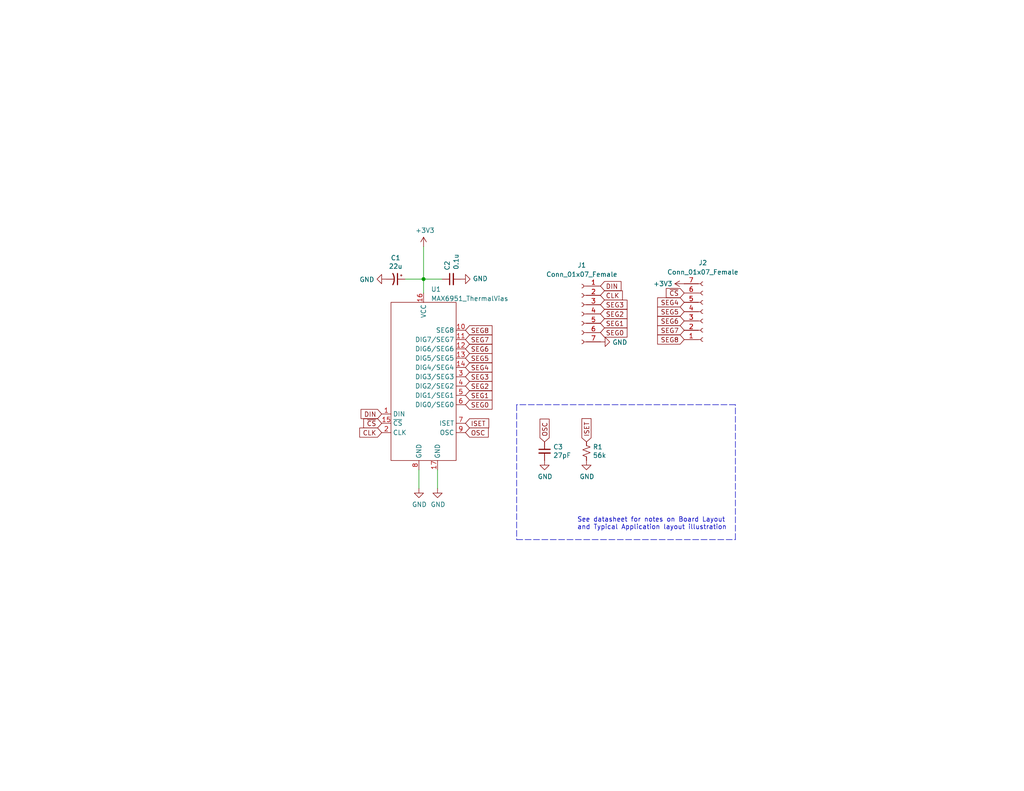
<source format=kicad_sch>
(kicad_sch (version 20211123) (generator eeschema)
  (paper "USLetter")
  (title_block (title "MAX6950/6951: 5- and 8-digit LED driver") (date "2022-12-29") (rev "v1") (company "Jed Parsons"))
  (lib_symbols
    (symbol "Connector:Conn_01x07_Female" (pin_names (offset 1.016) hide)
      (property "Reference" "J" (at 0 10.16 0))
      (property "Value" "Conn_01x07_Female" (at 0 -10.16 0))
      (symbol "Conn_01x07_Female_1_1"
        (arc (start 0 -7.112) (mid -0.508 -7.62) (end 0 -8.128) (stroke (width 0.1524)))
        (arc (start 0 -4.572) (mid -0.508 -5.08) (end 0 -5.588) (stroke (width 0.1524)))
        (arc (start 0 -2.032) (mid -0.508 -2.54) (end 0 -3.048) (stroke (width 0.1524)))
        (polyline (pts (xy -1.27 -7.62) (xy -0.508 -7.62)) (stroke (width 0.1524)))
        (polyline (pts (xy -1.27 -5.08) (xy -0.508 -5.08)) (stroke (width 0.1524)))
        (polyline (pts (xy -1.27 -2.54) (xy -0.508 -2.54)) (stroke (width 0.1524)))
        (polyline (pts (xy -1.27 0) (xy -0.508 0)) (stroke (width 0.1524)))
        (polyline (pts (xy -1.27 2.54) (xy -0.508 2.54)) (stroke (width 0.1524)))
        (polyline (pts (xy -1.27 5.08) (xy -0.508 5.08)) (stroke (width 0.1524)))
        (polyline (pts (xy -1.27 7.62) (xy -0.508 7.62)) (stroke (width 0.1524)))
        (arc (start 0 0.508) (mid -0.508 0) (end 0 -0.508) (stroke (width 0.1524)))
        (arc (start 0 3.048) (mid -0.508 2.54) (end 0 2.032) (stroke (width 0.1524)))
        (arc (start 0 5.588) (mid -0.508 5.08) (end 0 4.572) (stroke (width 0.1524)))
        (arc (start 0 8.128) (mid -0.508 7.62) (end 0 7.112) (stroke (width 0.1524)))
        (pin passive line (at -5.08 7.62 0) (length 3.81) (name "Pin_1") (number "1"))
        (pin passive line (at -5.08 5.08 0) (length 3.81) (name "Pin_2") (number "2"))
        (pin passive line (at -5.08 2.54 0) (length 3.81) (name "Pin_3") (number "3"))
        (pin passive line (at -5.08 0 0) (length 3.81) (name "Pin_4") (number "4"))
        (pin passive line (at -5.08 -2.54 0) (length 3.81) (name "Pin_5") (number "5"))
        (pin passive line (at -5.08 -5.08 0) (length 3.81) (name "Pin_6") (number "6"))
        (pin passive line (at -5.08 -7.62 0) (length 3.81) (name "Pin_7") (number "7"))
      )
    )
    (symbol "Device:C_Small" (pin_numbers hide) (pin_names (offset 0.254) hide)
      (property "Reference" "C" (at 0.254 1.778 0))
      (property "Value" "C_Small" (at 0.254 -2.032 0))
      (symbol "C_Small_0_1"
        (polyline (pts (xy -1.524 -0.508) (xy 1.524 -0.508)) (stroke (width 0.3302)))
        (polyline (pts (xy -1.524 0.508) (xy 1.524 0.508)) (stroke (width 0.3048)))
      )
      (symbol "C_Small_1_1"
        (pin passive line (at 0 2.54 270) (length 2.032) (name "~") (number "1"))
        (pin passive line (at 0 -2.54 90) (length 2.032) (name "~") (number "2"))
      )
    )
    (symbol "Device:R_Small_US" (pin_numbers hide) (pin_names (offset 0.254) hide)
      (property "Reference" "R" (at 0.762 0.508 0))
      (property "Value" "R_Small_US" (at 0.762 -1.016 0))
      (symbol "R_Small_US_1_1"
        (polyline (pts (xy 0 0) (xy 1.016 -0.381) (xy 0 -0.762) (xy -1.016 -1.143) (xy 0 -1.524)))
        (polyline (pts (xy 0 1.524) (xy 1.016 1.143) (xy 0 0.762) (xy -1.016 0.381) (xy 0 0)))
        (pin passive line (at 0 2.54 270) (length 1.016) (name "~") (number "1"))
        (pin passive line (at 0 -2.54 90) (length 1.016) (name "~") (number "2"))
      )
    )
    (symbol "Driver_LED:MAX6951_ThermalVias"
      (property "Reference" "U1" (at 0.7494 23.8928 0))
      (property "Value" "MAX6951_ThermalVias" (at 0.7494 21.3559 0))
      (symbol "MAX6951_ThermalVias_0_1"
        (rectangle (start -10.16 -22.86) (end 7.62 20.32))
      )
      (symbol "MAX6951_ThermalVias_1_1"
        (pin input line (at -12.7 -10.16 0) (length 2.54) (name "DIN") (number "1"))
        (pin output line (at 10.16 12.7 180) (length 2.54) (name "SEG8") (number "10"))
        (pin output line (at 10.16 10.16 180) (length 2.54) (name "DIG7/SEG7") (number "11"))
        (pin output line (at 10.16 7.62 180) (length 2.54) (name "DIG6/SEG6") (number "12"))
        (pin output line (at 10.16 5.08 180) (length 2.54) (name "DIG5/SEG5") (number "13"))
        (pin output line (at 10.16 2.54 180) (length 2.54) (name "DIG4/SEG4") (number "14"))
        (pin input line (at -12.7 -12.7 0) (length 2.54) (name "~{CS}") (number "15"))
        (pin power_in line (at -1.27 22.86 270) (length 2.54) (name "VCC") (number "16"))
        (pin power_out line (at 2.54 -25.4 90) (length 2.54) (name "GND") (number "17"))
        (pin input line (at -12.7 -15.24 0) (length 2.54) (name "CLK") (number "2"))
        (pin output line (at 10.16 0 180) (length 2.54) (name "DIG3/SEG3") (number "3"))
        (pin output line (at 10.16 -2.54 180) (length 2.54) (name "DIG2/SEG2") (number "4"))
        (pin output line (at 10.16 -5.08 180) (length 2.54) (name "DIG1/SEG1") (number "5"))
        (pin output line (at 10.16 -7.62 180) (length 2.54) (name "DIG0/SEG0") (number "6"))
        (pin input line (at 10.16 -12.7 180) (length 2.54) (name "ISET") (number "7"))
        (pin power_out line (at -2.54 -25.4 90) (length 2.54) (name "GND") (number "8"))
        (pin input line (at 10.16 -15.24 180) (length 2.54) (name "OSC") (number "9"))
      )
    )
    (symbol "MAX6951-breakout-rescue:+3.3V-power" (power) (pin_names (offset 0))
      (property "Value" "+3.3V-power" (at 0 3.556 0))
      (symbol "+3.3V-power_0_1"
        (polyline (pts (xy -0.762 1.27) (xy 0 2.54)))
        (polyline (pts (xy 0 0) (xy 0 2.54)))
        (polyline (pts (xy 0 2.54) (xy 0.762 1.27)))
      )
      (symbol "+3.3V-power_1_1"
        (pin power_in line (at 0 0 90) (length 0) hide (name "+3V3") (number "1"))
      )
    )
    (symbol "MAX6951-breakout-rescue:CP1_Small-Device" (pin_numbers hide) (pin_names (offset 0.254) hide)
      (property "Reference" "C" (at 0.254 1.778 0))
      (property "Value" "CP1_Small-Device" (at 0.254 -2.032 0))
      (symbol "CP1_Small-Device_0_1"
        (polyline (pts (xy -1.524 0.508) (xy 1.524 0.508)) (stroke (width 0.3048)))
        (polyline (pts (xy -1.27 1.524) (xy -0.762 1.524)))
        (polyline (pts (xy -1.016 1.27) (xy -1.016 1.778)))
        (arc (start 1.524 -0.762) (mid 0 -0.3734) (end -1.524 -0.762) (stroke (width 0.3048)))
      )
      (symbol "CP1_Small-Device_1_1"
        (pin passive line (at 0 2.54 270) (length 2.032) (name "~") (number "1"))
        (pin passive line (at 0 -2.54 90) (length 2.032) (name "~") (number "2"))
      )
    )
    (symbol "power:GND" (power) (pin_names (offset 0))
      (property "Value" "GND" (at 0 -3.81 0))
      (symbol "GND_0_1"
        (polyline (pts (xy 0 0) (xy 0 -1.27) (xy 1.27 -1.27) (xy 0 -2.54) (xy -1.27 -1.27) (xy 0 -1.27)))
      )
      (symbol "GND_1_1"
        (pin power_in line (at 0 0 270) (length 0) hide (name "GND") (number "1"))
      )
    )
  )
  (junction (at 115.57 76.2))
  (polyline (pts (xy 140.97 147.32) (xy 200.66 147.32)))
  (polyline (pts (xy 200.66 110.49) (xy 140.97 110.49)))
  (wire (pts (xy 119.38 128.27) (xy 119.38 133.35)))
  (polyline (pts (xy 200.66 147.32) (xy 200.66 110.49)))
  (wire (pts (xy 115.57 67.31) (xy 115.57 76.2)))
  (wire (pts (xy 114.3 128.27) (xy 114.3 133.35)))
  (wire (pts (xy 110.49 76.2) (xy 115.57 76.2)))
  (wire (pts (xy 115.57 76.2) (xy 115.57 80.01)))
  (wire (pts (xy 115.57 76.2) (xy 120.65 76.2)))
  (polyline (pts (xy 140.97 110.49) (xy 140.97 147.32)))
  (text "See datasheet for notes on Board Layout\nand Typical Application layout illustration" (at 157.48 144.78 0) (effects (font (size 1.27 1.27)) (justify left bottom)))
  (global_label "OSC" (shape input) (at 148.59 120.65 90) (property "Intersheet References" "${INTERSHEET_REFS}" (effects hide)))
  (global_label "SEG5" (shape input) (at 127 97.79 0) (property "Intersheet References" "${INTERSHEET_REFS}" (effects hide)))
  (global_label "CLK" (shape input) (at 163.83 80.645 0) (property "Intersheet References" "${INTERSHEET_REFS}" (effects hide)))
  (global_label "SEG6" (shape input) (at 186.69 87.63 180) (property "Intersheet References" "${INTERSHEET_REFS}" (effects hide)))
  (global_label "SEG4" (shape input) (at 127 100.33 0) (property "Intersheet References" "${INTERSHEET_REFS}" (effects hide)))
  (global_label "SEG2" (shape input) (at 127 105.41 0) (property "Intersheet References" "${INTERSHEET_REFS}" (effects hide)))
  (global_label "OSC" (shape input) (at 127 118.11 0) (property "Intersheet References" "${INTERSHEET_REFS}" (effects hide)))
  (global_label "SEG1" (shape input) (at 163.83 88.265 0) (property "Intersheet References" "${INTERSHEET_REFS}" (effects hide)))
  (global_label "SEG2" (shape input) (at 163.83 85.725 0) (property "Intersheet References" "${INTERSHEET_REFS}" (effects hide)))
  (global_label "DIN" (shape input) (at 163.83 78.105 0) (property "Intersheet References" "${INTERSHEET_REFS}" (effects hide)))
  (global_label "ISET" (shape input) (at 160.02 120.65 90) (property "Intersheet References" "${INTERSHEET_REFS}" (effects hide)))
  (global_label "SEG8" (shape input) (at 127 90.17 0) (property "Intersheet References" "${INTERSHEET_REFS}" (effects hide)))
  (global_label "SEG4" (shape input) (at 186.69 82.55 180) (property "Intersheet References" "${INTERSHEET_REFS}" (effects hide)))
  (global_label "SEG7" (shape input) (at 127 92.71 0) (property "Intersheet References" "${INTERSHEET_REFS}" (effects hide)))
  (global_label "~{CS}" (shape input) (at 104.14 115.57 180) (property "Intersheet References" "${INTERSHEET_REFS}" (effects hide)))
  (global_label "SEG0" (shape input) (at 127 110.49 0) (property "Intersheet References" "${INTERSHEET_REFS}" (effects hide)))
  (global_label "SEG7" (shape input) (at 186.69 90.17 180) (property "Intersheet References" "${INTERSHEET_REFS}" (effects hide)))
  (global_label "DIN" (shape input) (at 104.14 113.03 180) (property "Intersheet References" "${INTERSHEET_REFS}" (effects hide)))
  (global_label "~{CS}" (shape input) (at 186.69 80.01 180) (property "Intersheet References" "${INTERSHEET_REFS}" (effects hide)))
  (global_label "ISET" (shape input) (at 127 115.57 0) (property "Intersheet References" "${INTERSHEET_REFS}" (effects hide)))
  (global_label "SEG3" (shape input) (at 127 102.87 0) (property "Intersheet References" "${INTERSHEET_REFS}" (effects hide)))
  (global_label "SEG8" (shape input) (at 186.69 92.71 180) (property "Intersheet References" "${INTERSHEET_REFS}" (effects hide)))
  (global_label "SEG0" (shape input) (at 163.83 90.805 0) (property "Intersheet References" "${INTERSHEET_REFS}" (effects hide)))
  (global_label "SEG5" (shape input) (at 186.69 85.09 180) (property "Intersheet References" "${INTERSHEET_REFS}" (effects hide)))
  (global_label "CLK" (shape input) (at 104.14 118.11 180) (property "Intersheet References" "${INTERSHEET_REFS}" (effects hide)))
  (global_label "SEG3" (shape input) (at 163.83 83.185 0) (property "Intersheet References" "${INTERSHEET_REFS}" (effects hide)))
  (global_label "SEG1" (shape input) (at 127 107.95 0) (property "Intersheet References" "${INTERSHEET_REFS}" (effects hide)))
  (global_label "SEG6" (shape input) (at 127 95.25 0) (property "Intersheet References" "${INTERSHEET_REFS}" (effects hide)))
  (symbol (lib_id "Device:C_Small") (at 123.19 76.2 90) (unit 1)
    (property "Reference" "C2" (at 122.0216 73.8632 0) (effects (justify left)))
    (property "Value" "0.1u" (at 124.46 73.66 0) (effects (justify left)))
    (property "Footprint" "Capacitor_SMD:C_0603_1608Metric" (effects hide))
  )
  (symbol (lib_id "power:GND") (at 105.41 76.2 270) (unit 1)
    (property "Reference" "#PWR0101" (effects hide))
    (property "Value" "GND" (at 102.1588 76.327 90) (effects (justify right)))
  )
  (symbol (lib_id "power:GND") (at 125.73 76.2 90) (unit 1)
    (property "Reference" "#PWR0102" (effects hide))
    (property "Value" "GND" (at 128.9812 76.073 90) (effects (justify right)))
  )
  (symbol (lib_id "power:GND") (at 119.38 133.35 0) (unit 1)
    (property "Reference" "#PWR0103" (effects hide))
    (property "Value" "GND" (at 119.507 137.7442 0))
  )
  (symbol (lib_id "MAX6951-breakout-rescue:+3.3V-power") (at 115.57 67.31 0) (unit 1)
    (property "Reference" "#PWR0104" (effects hide))
    (property "Value" "+3.3V" (at 115.951 62.9158 0))
  )
  (symbol (lib_id "Device:C_Small") (at 148.59 123.19 0) (unit 1)
    (property "Reference" "C3" (at 150.9268 122.0216 0) (effects (justify left)))
    (property "Value" "27pF" (at 150.9268 124.333 0) (effects (justify left)))
    (property "Footprint" "Capacitor_SMD:C_0603_1608Metric" (effects hide))
  )
  (symbol (lib_id "Device:R_Small_US") (at 160.02 123.19 0) (unit 1)
    (property "Reference" "R1" (at 161.7472 122.0216 0) (effects (justify left)))
    (property "Value" "56k" (at 161.7472 124.333 0) (effects (justify left)))
    (property "Footprint" "Resistor_SMD:R_0603_1608Metric" (effects hide))
  )
  (symbol (lib_id "MAX6951-breakout-rescue:CP1_Small-Device") (at 107.95 76.2 270) (unit 1)
    (property "Reference" "C1" (at 107.95 70.4088 90))
    (property "Value" "22u" (at 107.95 72.7202 90))
    (property "Footprint" "Capacitor_SMD:CP_Elec_4x3" (effects hide))
  )
  (symbol (lib_id "MAX6951-breakout-rescue:+3.3V-power") (at 186.69 77.47 90) (unit 1)
    (property "Reference" "#PWR0105" (effects hide))
    (property "Value" "+3.3V" (at 183.515 77.47 90) (effects (justify left)))
  )
  (symbol (lib_id "power:GND") (at 163.83 93.345 90) (mirror x) (unit 1)
    (property "Reference" "#PWR0106" (effects hide))
    (property "Value" "GND" (at 167.0812 93.472 90) (effects (justify right)))
  )
  (symbol (lib_id "power:GND") (at 148.59 125.73 0) (unit 1)
    (property "Reference" "#PWR0107" (effects hide))
    (property "Value" "GND" (at 148.717 130.1242 0))
  )
  (symbol (lib_id "power:GND") (at 160.02 125.73 0) (unit 1)
    (property "Reference" "#PWR0108" (effects hide))
    (property "Value" "GND" (at 160.147 130.1242 0))
  )
  (symbol (lib_id "Connector:Conn_01x07_Female") (at 158.75 85.725 0) (mirror y) (unit 1)
    (property "Reference" "J1" (at 158.75 72.39 0))
    (property "Value" "Conn_01x07_Female" (at 158.75 74.9269 0))
    (property "Footprint" "Connector_PinHeader_2.54mm:PinHeader_1x07_P2.54mm_Vertical" (effects hide))
  )
  (symbol (lib_id "power:GND") (at 114.3 133.35 0) (unit 1)
    (property "Reference" "#PWR0109" (effects hide))
    (property "Value" "GND" (at 114.427 137.7442 0))
  )
  (symbol (lib_id "Connector:Conn_01x07_Female") (at 191.77 85.09 0) (mirror x) (unit 1)
    (property "Reference" "J2" (at 191.77 71.755 0))
    (property "Value" "Conn_01x07_Female" (at 191.77 74.2919 0))
    (property "Footprint" "Connector_PinHeader_2.54mm:PinHeader_1x07_P2.54mm_Vertical" (effects hide))
  )
  (symbol (lib_id "Driver_LED:MAX6951_ThermalVias") (at 116.84 102.87 0) (unit 1)
    (property "Reference" "U1" (at 117.5894 78.9772 0) (effects (justify left)))
    (property "Value" "MAX6951_ThermalVias" (at 117.5894 81.5141 0) (effects (justify left)))
    (property "Footprint" "library:MAX6951_ThermalVias" (effects hide))
  )
)
</source>
